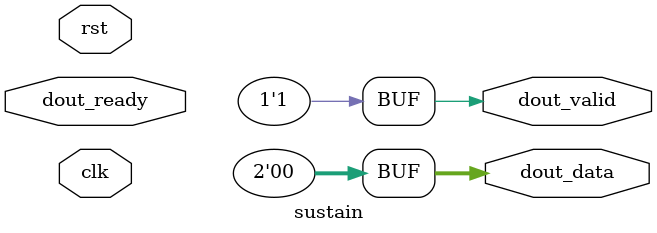
<source format=v>
module sustain
  #(
    parameter TOUT = 0,
    parameter VAL = 0
    )
   (
    input                  clk,
    input                  rst,

    input wire             dout_ready,
    output wire            dout_valid,
    output wire [TOUT-1:0] dout_data
    );

   assign dout_valid = 1'b1;
   assign dout_data = VAL;

endmodule

</source>
